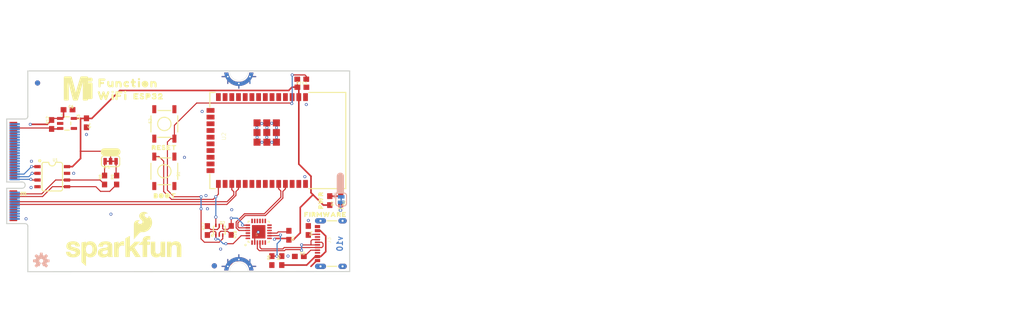
<source format=kicad_pcb>
(kicad_pcb (version 20211014) (generator pcbnew)
  (layers (0 "F.Cu" signal) (31 "B.Cu" signal) (34 "B.Paste" user) (35 "F.Paste" user) (36 "B.SilkS" user "B.Silkscreen") (37 "F.SilkS" user "F.Silkscreen") (38 "B.Mask" user) (39 "F.Mask" user) (44 "Edge.Cuts" user))
  (net 0 "")
  (net 1 "CHIP_PU")
  (net 2 "DTR")
  (net 3 "RTS")
  (net 4 "N$10")
  (net 5 "N$12")
  (net 6 "0")
  (net 7 "TX")
  (net 8 "RX")
  (net 9 "3.3V")
  (net 10 "GND")
  (net 11 "EN")
  (net 12 "VCC")
  (net 13 "16/RX")
  (net 14 "17/TX")
  (net 15 "D-")
  (net 16 "D+")
  (net 17 "N$2")
  (net 18 "SHLD")
  (net 19 "N$5")
  (net 20 "N$1")
  (net 21 "N$3")
  (net 22 "N$4")
  (net 23 "N$6")
  (net 24 "N$7")
  (net 25 "I2C_SCL")
  (net 26 "I2C_SDA")
  (net 27 "N$8")
  (net 28 "N$9")
  (net 29 "N$11")
  (net 30 "N$13")
  (net 31 "N$14")
  (footprint "boardEagle:0603" (layer "F.Cu") (at 158.5534 116.2207 -90)
    (fp_text reference "R18")
    (fp_text value "10k")
  )
  (footprint "boardEagle:0603" (layer "F.Cu") (at 177.2224 110.5662 -90)
    (fp_text reference "R7")
    (fp_text value "1k")
  )
  (footprint "boardEagle:CREATIVE_COMMONS" (layer "F.Cu") (at 135.0584 135.4836)
    (fp_text reference "FRAME2" hide)
    (fp_text value "FRAME-LEDGER" hide)
  )
  (footprint "boardEagle:TACTILE_SWITCH_SMD_5.2MM" (layer "F.Cu") (at 145.8788 105.0036 -90)
    (fp_text reference "S1")
    (fp_text value "MOMENTARY-SWITCH-SPST-SMD-5.2MM-TALL")
  )
  (footprint "boardEagle:FIDUCIAL-1X2" (layer "F.Cu") (at 121.8504 88.2396)
    (fp_text reference "FD3" hide)
    (fp_text value "FIDUCIAL1X2" hide)
  )
  (footprint "boardEagle:FUNCTION521" (layer "F.Cu") (at 138.9954 88.2396)
    (fp_text reference "U$2" hide)
    (fp_text value "" hide)
  )
  (footprint "boardEagle:ESP3212" (layer "F.Cu") (at 142.8816 90.7796)
    (fp_text reference "U$4" hide)
    (fp_text value "" hide)
  )
  (footprint "boardEagle:QFN24" (layer "F.Cu") (at 163.753 116.477 90)
    (fp_text reference "U4")
    (fp_text value "CP210X")
  )
  (footprint "boardEagle:SO08" (layer "F.Cu") (at 124.6444 106.0196 -90)
    (fp_text reference "U1")
    (fp_text value "EEPROM")
  )
  (footprint "boardEagle:ORDERING_INSTRUCTIONS" (layer "F.Cu") (at 207.0674 72.7456)
    (fp_text reference "LOGO1" hide)
    (fp_text value "SPECIAL_INSTRUCTIONS-ORDERING" hide)
  )
  (footprint "boardEagle:0603" (layer "F.Cu") (at 136.8364 106.6546 90)
    (fp_text reference "R9")
    (fp_text value "4.7k")
  )
  (footprint "boardEagle:MICROMOD_MI_LOGO_1" (layer "F.Cu") (at 129.5974 89.2556)
    (fp_text reference "U$6" hide)
    (fp_text value "" hide)
  )
  (footprint "boardEagle:0603" (layer "F.Cu") (at 134.5504 106.6546 90)
    (fp_text reference "R8")
    (fp_text value "4.7k")
  )
  (footprint "boardEagle:LED-0603" (layer "F.Cu") (at 179.3052 110.4646 -90)
    (fp_text reference "D1")
    (fp_text value "RED")
  )
  (footprint "boardEagle:PWR3215" (layer "F.Cu") (at 175.5206 110.5154 90)
    (fp_text reference "U$9" hide)
    (fp_text value "" hide)
  )
  (footprint "boardEagle:BOOT3221" (layer "F.Cu") (at 146.0058 109.6518)
    (fp_text reference "U$1" hide)
    (fp_text value "" hide)
  )
  (footprint "boardEagle:TACTILE_SWITCH_SMD_5.2MM" (layer "F.Cu") (at 145.8788 96.012 90)
    (fp_text reference "S2")
    (fp_text value "MOMENTARY-SWITCH-SPST-SMD-5.2MM-TALL")
  )
  (footprint "boardEagle:RESET3220" (layer "F.Cu") (at 145.8788 100.5078)
    (fp_text reference "U$5" hide)
    (fp_text value "" hide)
  )
  (footprint "boardEagle:WIFI525" (layer "F.Cu") (at 136.0744 90.6526)
    (fp_text reference "U$10" hide)
    (fp_text value "" hide)
  )
  (footprint "boardEagle:SFE_LOGO_NAME_FLAME_.2" (layer "F.Cu") (at 138.2588 120.0912)
    (fp_text reference "LOGO2" hide)
    (fp_text value "SFE_LOGO_NAME_FLAME.2_INCH" hide)
  )
  (footprint "boardEagle:0603" (layer "F.Cu") (at 124.5174 96.1136 90)
    (fp_text reference "R12")
    (fp_text value "100k")
  )
  (footprint "boardEagle:FIDUCIAL-1X2" (layer "F.Cu") (at 155.353 122.936)
    (fp_text reference "FD4" hide)
    (fp_text value "FIDUCIAL1X2" hide)
  )
  (footprint "boardEagle:TP_15TH" (layer "F.Cu") (at 155.6324 113.6904)
    (fp_text reference "TP2" hide)
    (fp_text value "TEST-POINTTP_15TH_THRU" hide)
  )
  (footprint "boardEagle:FIRMWARE3223" (layer "F.Cu") (at 176.3842 113.2078)
    (fp_text reference "U$7" hide)
    (fp_text value "" hide)
  )
  (footprint "boardEagle:SOT23-5" (layer "F.Cu") (at 127.4384 95.9216 -90)
    (fp_text reference "U3")
    (fp_text value "3.3V")
  )
  (footprint "boardEagle:0603" (layer "F.Cu") (at 154.0322 116.2461 90)
    (fp_text reference "R17")
    (fp_text value "10k")
  )
  (footprint "boardEagle:ESP-WROOM-32D-NARROW" (layer "F.Cu") (at 166.1988 99.1616)
    (fp_text reference "U2")
    (fp_text value "ESP-WROOM-3232D-NARROW")
  )
  (footprint "boardEagle:0603" (layer "F.Cu") (at 131.1214 95.7961 -90)
    (fp_text reference "C4")
    (fp_text value "1.0uF")
  )
  (footprint "boardEagle:SMT-JUMPER_3_2-NC_TRACE_SILK" (layer "F.Cu") (at 135.6934 103.0986 180)
    (fp_text reference "JP2")
    (fp_text value "JUMPER-SMT_3_2-NC_TRACE_SILK")
  )
  (footprint "boardEagle:0603" (layer "F.Cu") (at 171.9138 87.5284 180)
    (fp_text reference "R2")
    (fp_text value "10k")
  )
  (footprint "boardEagle:0603" (layer "F.Cu") (at 169.4754 117.1448 -90)
    (fp_text reference "R1")
    (fp_text value "10k")
  )
  (footprint "boardEagle:#I2C#1321540313558" (layer "F.Cu") (at 135.6934 101.3206)
    (fp_text reference "U$3" hide)
    (fp_text value "" hide)
  )
  (footprint "boardEagle:0603" (layer "F.Cu") (at 173.1584 116.2304 -90)
    (fp_text reference "R4")
    (fp_text value "5.1k")
  )
  (footprint "boardEagle:0603" (layer "F.Cu") (at 171.4566 121.158)
    (fp_text reference "R3")
    (fp_text value "5.1k")
  )
  (footprint "boardEagle:SC70-6" (layer "F.Cu") (at 156.2928 116.1853)
    (fp_text reference "Q2")
    (fp_text value "MBT3904DW1T1")
  )
  (footprint "boardEagle:USB-C-16P-2LAYER-PADS" (layer "F.Cu") (at 174.5554 118.7196 90)
    (fp_text reference "J3")
    (fp_text value "")
  )
  (footprint "boardEagle:0603" (layer "F.Cu") (at 171.9392 89.0524)
    (fp_text reference "C1")
    (fp_text value "0.1uF")
  )
  (footprint "boardEagle:0603" (layer "F.Cu") (at 168.1292 121.9454 90)
    (fp_text reference "R5")
    (fp_text value "22k")
  )
  (footprint "boardEagle:M.2-CARD-E-22_FUNCTION_STANDARD" (layer "F.Cu") (at 115.9966 105.0376 -90)
    (fp_text reference "J1" hide)
    (fp_text value "MICROMOD_FUNCTION_STANDARD" hide)
    (fp_arc (start -19 -45.75) (mid -17.25 -44) (end -19 -42.25) (layer "Edge.Cuts") (width 0.0508))
    (fp_arc (start 19 -42.25) (mid 17.25 -44) (end 19 -45.75) (layer "Edge.Cuts") (width 0.0508))
  )
  (footprint "boardEagle:0603" (layer "F.Cu") (at 127.6289 93.3196)
    (fp_text reference "C6")
    (fp_text value "1.0uF")
  )
  (footprint "boardEagle:0603" (layer "F.Cu") (at 166.2496 121.9454 90)
    (fp_text reference "R6")
    (fp_text value "33k")
  )
  (footprint "boardEagle:OSHW-LOGO-S" (layer "B.Cu") (at 122.5616 121.9962 180)
    (fp_text reference "LOGO3" hide)
    (fp_text value "OSHW-LOGOS" hide)
  )
  (footprint "boardEagle:FIDUCIAL-1X2" (layer "B.Cu") (at 155.353 122.936 180)
    (fp_text reference "FD2" hide)
    (fp_text value "FIDUCIAL1X2" hide)
  )
  (footprint "boardEagle:#LED#8" (layer "B.Cu") (at 179.229 107.3658 -90)
    (fp_text reference "U$8" hide)
    (fp_text value "" hide)
  )
  (footprint "boardEagle:SMT-JUMPER_2_NC_TRACE_SILK" (layer "B.Cu") (at 179.3814 110.363 -90)
    (fp_text reference "JP1")
    (fp_text value "JUMPER-SMT_2_NC_TRACE_SILK")
  )
  (footprint "boardEagle:FIDUCIAL-1X2" (layer "B.Cu") (at 121.8504 88.2396 180)
    (fp_text reference "FD1" hide)
    (fp_text value "FIDUCIAL1X2" hide)
  )
  (gr_line (start 116.0084 114.9286) (end 116.0084 108.2286) (layer "Edge.Cuts") (width 0.2032))
  (gr_line (start 116.0084 95.0786) (end 119.5084 95.0786) (layer "Edge.Cuts") (width 0.2032))
  (gr_line (start 120.0084 124.0536) (end 180.9938 124.0282) (layer "Edge.Cuts") (width 0.2032))
  (gr_line (start 120.0084 115.4036) (end 120.0084 124.0536) (layer "Edge.Cuts") (width 0.2032))
  (gr_line (start 116.0084 107.0286) (end 116.0084 95.0786) (layer "Edge.Cuts") (width 0.2032))
  (gr_line (start 119.5084 114.9286) (end 116.0084 114.9286) (layer "Edge.Cuts") (width 0.2032))
  (gr_arc (start 118.9084 107.0286) (mid 119.5084 107.6286) (end 118.9084 108.2286) (layer "Edge.Cuts") (width 0.2032))
  (gr_arc (start 119.508399 114.9286) (mid 119.850698 115.068944) (end 120.0084 115.4036) (layer "Edge.Cuts") (width 0.2032))
  (gr_line (start 118.9084 108.2286) (end 116.0084 108.2286) (layer "Edge.Cuts") (width 0.2032))
  (gr_line (start 120.0084 94.6036) (end 120.0084 85.9536) (layer "Edge.Cuts") (width 0.2032))
  (gr_arc (start 120.0084 94.6036) (mid 119.849354 94.936841) (end 119.5084 95.0786) (layer "Edge.Cuts") (width 0.2032))
  (gr_line (start 180.9938 85.9536) (end 180.9938 124.0282) (layer "Edge.Cuts") (width 0.2032))
  (gr_line (start 120.0084 85.9536) (end 180.9938 85.9536) (layer "Edge.Cuts") (width 0.2032))
  (gr_line (start 118.9084 107.0286) (end 116.0084 107.0286) (layer "Edge.Cuts") (width 0.2032))
  (gr_text "v10" (at 179.7624 117.1956 -270) (layer "B.Cu") (effects (font (size 1.0795 1.0795) (thickness 0.1905)) (justify left bottom mirror)))
  (segment (start 156.2674 118.4656) (end 153.4734 118.4656) (width 0.2032) (layer "F.Cu") (net 1))
  (segment (start 170.1104 86.7156) (end 172.5234 86.7156) (width 0.2032) (layer "F.Cu") (net 1))
  (segment (start 146.463 99.441) (end 147.098 98.806) (width 0.2032) (layer "F.Cu") (net 1))
  (segment (start 146.463 108.585) (end 146.463 99.441) (width 0.2032) (layer "F.Cu") (net 1))
  (segment (start 170.0888 90.9236) (end 170.0888 92.0712) (width 0.2032) (layer "F.Cu") (net 1))
  (segment (start 152.8384 109.8296) (end 147.7076 109.8296) (width 0.2032) (layer "F.Cu") (net 1))
  (segment (start 147.7076 109.8296) (end 146.463 108.585) (width 0.2032) (layer "F.Cu") (net 1))
  (segment (start 170.0215 92.1385) (end 169.9326 92.0496) (width 0.2032) (layer "F.Cu") (net 1))
  (segment (start 152.0002 92.0496) (end 169.9326 92.0496) (width 0.2032) (layer "F.Cu") (net 1))
  (segment (start 156.9428 117.1053) (end 156.9428 117.7902) (width 0.2032) (layer "F.Cu") (net 1))
  (segment (start 153.4734 118.4656) (end 152.8384 117.8306) (width 0.2032) (layer "F.Cu") (net 1))
  (segment (start 172.5234 86.7156) (end 172.7638 86.956) (width 0.2032) (layer "F.Cu") (net 1))
  (segment (start 147.7838 96.266) (end 152.0002 92.0496) (width 0.2032) (layer "F.Cu") (net 1))
  (segment (start 147.098 98.806) (end 147.7838 98.806) (width 0.2032) (layer "F.Cu") (net 1))
  (segment (start 152.8384 117.8306) (end 152.8384 112.1156) (width 0.2032) (layer "F.Cu") (net 1))
  (segment (start 156.9428 117.7902) (end 156.2674 118.4656) (width 0.2032) (layer "F.Cu") (net 1))
  (segment (start 172.7638 86.956) (end 172.7638 87.5284) (width 0.2032) (layer "F.Cu") (net 1))
  (segment (start 170.0888 92.0712) (end 170.0215 92.1385) (width 0.2032) (layer "F.Cu") (net 1))
  (segment (start 147.7838 98.806) (end 147.7838 96.266) (width 0.2032) (layer "F.Cu") (net 1))
  (via (at 170.0215 92.1385) (size 0.5588) (drill 0.3048) (layers "F.Cu" "B.Cu") (net 1))
  (via (at 170.1104 86.7156) (size 0.5588) (drill 0.3048) (layers "F.Cu" "B.Cu") (net 1))
  (via (at 152.8384 109.8296) (size 0.5588) (drill 0.3048) (layers "F.Cu" "B.Cu") (net 1))
  (via (at 152.8384 112.1156) (size 0.5588) (drill 0.3048) (layers "F.Cu" "B.Cu") (net 1))
  (segment (start 152.8384 112.1156) (end 152.8384 109.8296) (width 0.2032) (layer "B.Cu") (net 1))
  (segment (start 170.1104 86.7156) (end 170.1104 92.0496) (width 0.2032) (layer "B.Cu") (net 1))
  (segment (start 170.1104 92.0496) (end 170.0215 92.1385) (width 0.2032) (layer "B.Cu") (net 1))
  (segment (start 155.5054 116.4336) (end 154.6947 116.4336) (width 0.2032) (layer "F.Cu") (net 2))
  (segment (start 154.6947 116.4336) (end 154.0322 117.0961) (width 0.2032) (layer "F.Cu") (net 2))
  (segment (start 155.6428 116.571) (end 155.5054 116.4336) (width 0.2032) (layer "F.Cu") (net 2))
  (segment (start 155.6428 117.8456) (end 155.6428 117.1053) (width 0.2032) (layer "F.Cu") (net 2))
  (segment (start 161.703 117.227) (end 160.427 117.227) (width 0.2032) (layer "F.Cu") (net 2))
  (segment (start 160.427 117.227) (end 158.909 118.745) (width 0.2032) (layer "F.Cu") (net 2))
  (segment (start 155.6428 117.1053) (end 155.6428 116.571) (width 0.2032) (layer "F.Cu") (net 2))
  (segment (start 155.6324 117.856) (end 155.6428 117.8456) (width 0.2032) (layer "F.Cu") (net 2))
  (segment (start 158.909 118.745) (end 157.5374 118.745) (width 0.2032) (layer "F.Cu") (net 2))
  (via (at 155.6324 117.856) (size 0.5588) (drill 0.3048) (layers "F.Cu" "B.Cu") (net 2))
  (via (at 157.5374 118.745) (size 0.5588) (drill 0.3048) (layers "F.Cu" "B.Cu") (net 2))
  (segment (start 157.5374 118.745) (end 157.0294 118.745) (width 0.2032) (layer "B.Cu") (net 2))
  (segment (start 156.1404 117.856) (end 155.6324 117.856) (width 0.2032) (layer "B.Cu") (net 2))
  (segment (start 157.0294 118.745) (end 156.1404 117.856) (width 0.2032) (layer "B.Cu") (net 2))
  (segment (start 158.5534 113.8936) (end 158.5534 115.3707) (width 0.2032) (layer "F.Cu") (net 3))
  (segment (start 160.725 115.227) (end 160.687 115.189) (width 0.2032) (layer "F.Cu") (net 3))
  (segment (start 157.0802 116.0272) (end 157.8969 116.0272) (width 0.2032) (layer "F.Cu") (net 3))
  (segment (start 156.9428 115.2653) (end 156.9428 115.8898) (width 0.2032) (layer "F.Cu") (net 3))
  (segment (start 161.703 115.227) (end 160.725 115.227) (width 0.2032) (layer "F.Cu") (net 3))
  (segment (start 156.9428 115.8898) (end 157.0802 116.0272) (width 0.2032) (layer "F.Cu") (net 3))
  (segment (start 157.8969 116.0272) (end 158.5534 115.3707) (width 0.2032) (layer "F.Cu") (net 3))
  (via (at 158.5534 113.8936) (size 0.5588) (drill 0.3048) (layers "F.Cu" "B.Cu") (net 3))
  (via (at 160.687 115.189) (size 0.5588) (drill 0.3048) (layers "F.Cu" "B.Cu") (net 3))
  (segment (start 160.687 115.189) (end 160.687 114.8842) (width 0.2032) (layer "B.Cu") (net 3))
  (segment (start 159.6964 113.8936) (end 158.5534 113.8936) (width 0.2032) (layer "B.Cu") (net 3))
  (segment (start 160.687 114.8842) (end 159.6964 113.8936) (width 0.2032) (layer "B.Cu") (net 3))
  (segment (start 156.2754 115.2827) (end 156.2928 115.2653) (width 0.2032) (layer "F.Cu") (net 4))
  (segment (start 155.3022 116.0526) (end 154.6887 116.0526) (width 0.2032) (layer "F.Cu") (net 4))
  (segment (start 154.6887 116.0526) (end 154.0322 115.3961) (width 0.2032) (layer "F.Cu") (net 4))
  (segment (start 155.9118 116.0526) (end 156.2754 115.689) (width 0.2032) (layer "F.Cu") (net 4))
  (segment (start 155.3784 116.0526) (end 155.9118 116.0526) (width 0.2032) (layer "F.Cu") (net 4))
  (segment (start 155.3022 116.0526) (end 155.3784 116.0526) (width 0.2032) (layer "F.Cu") (net 4))
  (segment (start 156.2754 115.689) (end 156.2754 115.2827) (width 0.2032) (layer "F.Cu") (net 4))
  (segment (start 156.5722 116.3828) (end 157.8655 116.3828) (width 0.2032) (layer "F.Cu") (net 5))
  (segment (start 156.2928 117.1053) (end 156.2928 116.6622) (width 0.2032) (layer "F.Cu") (net 5))
  (segment (start 157.8655 116.3828) (end 158.5534 117.0707) (width 0.2032) (layer "F.Cu") (net 5))
  (segment (start 156.2928 116.6622) (end 156.5722 116.3828) (width 0.2032) (layer "F.Cu") (net 5))
  (segment (start 145.7518 103.0986) (end 145.7518 108.839) (width 0.2032) (layer "F.Cu") (net 6))
  (segment (start 144.8628 102.2096) (end 145.7518 103.0986) (width 0.2032) (layer "F.Cu") (net 6))
  (segment (start 155.6324 109.8296) (end 156.1188 109.3432) (width 0.2032) (layer "F.Cu") (net 6))
  (segment (start 156.1188 109.3432) (end 156.1188 107.3996) (width 0.2032) (layer "F.Cu") (net 6))
  (segment (start 155.1244 110.3376) (end 155.6324 109.8296) (width 0.2032) (layer "F.Cu") (net 6))
  (segment (start 145.7518 108.839) (end 147.2504 110.3376) (width 0.2032) (layer "F.Cu") (net 6))
  (segment (start 155.6428 115.2653) (end 155.6324 115.2549) (width 0.2032) (layer "F.Cu") (net 6))
  (segment (start 147.2504 110.3376) (end 155.1244 110.3376) (width 0.2032) (layer "F.Cu") (net 6))
  (segment (start 155.6324 115.2549) (end 155.6324 113.6904) (width 0.2032) (layer "F.Cu") (net 6))
  (segment (start 144.8628 102.2096) (end 143.9738 102.2096) (width 0.2032) (layer "F.Cu") (net 6))
  (via (at 155.6324 109.8296) (size 0.5588) (drill 0.3048) (layers "F.Cu" "B.Cu") (net 6))
  (segment (start 155.6324 113.6904) (end 155.6324 109.8296) (width 0.2032) (layer "B.Cu") (net 6))
  (segment (start 167.9514 108.742) (end 167.5488 108.3394) (width 0.2032) (layer "F.Cu") (net 7))
  (segment (start 161.068 113.0554) (end 159.4932 114.6302) (width 0.2032) (layer "F.Cu") (net 7))
  (segment (start 164.8272 113.0554) (end 161.068 113.0554) (width 0.2032) (layer "F.Cu") (net 7))
  (segment (start 167.9514 109.9312) (end 167.9514 108.742) (width 0.2032) (layer "F.Cu") (net 7))
  (segment (start 159.4932 114.6302) (end 159.4932 115.7224) (width 0.2032) (layer "F.Cu") (net 7))
  (segment (start 161.703 116.227) (end 159.9978 116.227) (width 0.2032) (layer "F.Cu") (net 7))
  (segment (start 164.8272 113.0554) (end 167.9514 109.9312) (width 0.2032) (layer "F.Cu") (net 7))
  (segment (start 159.4932 115.7224) (end 159.9978 116.227) (width 0.2032) (layer "F.Cu") (net 7))
  (segment (start 167.5488 108.3394) (end 167.5488 107.3996) (width 0.2032) (layer "F.Cu") (net 7))
  (segment (start 161.703 115.727) (end 160.0058 115.727) (width 0.2032) (layer "F.Cu") (net 8))
  (segment (start 159.8234 115.5446) (end 160.0058 115.727) (width 0.2032) (layer "F.Cu") (net 8))
  (segment (start 168.8188 108.3394) (end 168.8188 107.3996) (width 0.2032) (layer "F.Cu") (net 8))
  (segment (start 161.2204 113.3856) (end 159.8234 114.7826) (width 0.2032) (layer "F.Cu") (net 8))
  (segment (start 165.0304 113.3856) (end 168.3362 110.0798) (width 0.2032) (layer "F.Cu") (net 8))
  (segment (start 168.3362 108.822) (end 168.3362 110.0798) (width 0.2032) (layer "F.Cu") (net 8))
  (segment (start 168.8188 108.3394) (end 168.3362 108.822) (width 0.2032) (layer "F.Cu") (net 8))
  (segment (start 161.2204 113.3856) (end 165.0304 113.3856) (width 0.2032) (layer "F.Cu") (net 8))
  (segment (start 159.8234 114.7826) (end 159.8234 115.5446) (width 0.2032) (layer "F.Cu") (net 8))
  (segment (start 171.3588 90.9236) (end 171.3588 103.6358) (width 0.3048) (layer "F.Cu") (net 9))
  (segment (start 169.45 89.662) (end 170.085 89.027) (width 0.3048) (layer "F.Cu") (net 9))
  (segment (start 127.4444 104.1146) (end 128.4604 104.1146) (width 0.3048) (layer "F.Cu") (net 9))
  (segment (start 166.8926 117.7464) (end 169.227 117.7464) (width 0.3048) (layer "F.Cu") (net 9))
  (segment (start 130.0038 101.1936) (end 135.4394 101.1936) (width 0.2032) (layer "F.Cu") (net 9))
  (segment (start 170.3272 117.9948) (end 171.6344 116.6876) (width 0.3048) (layer "F.Cu") (net 9))
  (segment (start 137.446 89.662) (end 169.45 89.662) (width 0.3048) (layer "F.Cu") (net 9))
  (segment (start 131.0959 94.9716) (end 131.1214 94.9461) (width 0.3048) (layer "F.Cu") (net 9))
  (segment (start 131.1214 94.9461) (end 131.1459 94.9706) (width 0.3048) (layer "F.Cu") (net 9))
  (segment (start 169.227 117.7464) (end 169.4754 117.9948) (width 0.3048) (layer "F.Cu") (net 9))
  (segment (start 135.4394 101.1936) (end 135.6934 101.4476) (width 0.2032) (layer "F.Cu") (net 9))
  (segment (start 130.0038 101.1936) (end 130.0038 94.9716) (width 0.3048) (layer "F.Cu") (net 9))
  (segment (start 169.4754 117.9948) (end 170.3272 117.9948) (width 0.3048) (layer "F.Cu") (net 9))
  (segment (start 135.6934 101.4476) (end 135.6934 103.0986) (width 0.2032) (layer "F.Cu") (net 9))
  (segment (start 130.0038 102.5712) (end 130.0038 101.1936) (width 0.3048) (layer "F.Cu") (net 9))
  (segment (start 128.7385 94.9716) (end 130.0038 94.9716) (width 0.3048) (layer "F.Cu") (net 9))
  (segment (start 171.3588 89.322) (end 171.0892 89.0524) (width 0.3048) (layer "F.Cu") (net 9))
  (segment (start 171.3588 103.6358) (end 173.6664 105.9434) (width 0.3048) (layer "F.Cu") (net 9))
  (segment (start 177.2224 111.4162) (end 176.015 111.4162) (width 0.3048) (layer "F.Cu") (net 9))
  (segment (start 171.3588 90.9236) (end 171.3588 89.322) (width 0.3048) (layer "F.Cu") (net 9))
  (segment (start 176.015 111.4162) (end 174.0474 109.4486) (width 0.3048) (layer "F.Cu") (net 9))
  (segment (start 170.085 89.027) (end 171.0638 89.027) (width 0.3048) (layer "F.Cu") (net 9))
  (segment (start 173.6664 109.0676) (end 174.0474 109.4486) (width 0.3048) (layer "F.Cu") (net 9))
  (segment (start 130.0038 102.5712) (end 128.4604 104.1146) (width 0.3048) (layer "F.Cu") (net 9))
  (segment (start 166.7322 117.9068) (end 166.8926 117.7464) (width 0.3048) (layer "F.Cu") (net 9))
  (segment (start 171.6344 116.6876) (end 171.6344 111.8616) (width 0.3048) (layer "F.Cu") (net 9))
  (segment (start 171.0638 89.027) (end 171.0892 89.0524) (width 0.3048) (layer "F.Cu") (net 9))
  (segment (start 132.1374 94.9706) (end 137.446 89.662) (width 0.3048) (layer "F.Cu") (net 9))
  (segment (start 132.1374 94.9706) (end 131.1459 94.9706) (width 0.3048) (layer "F.Cu") (net 9))
  (segment (start 171.6344 111.8616) (end 174.0474 109.4486) (width 0.3048) (layer "F.Cu") (net 9))
  (segment (start 171.0638 87.5284) (end 171.0638 89.027) (width 0.3048) (layer "F.Cu") (net 9))
  (segment (start 173.6664 105.9434) (end 173.6664 109.0676) (width 0.3048) (layer "F.Cu") (net 9))
  (segment (start 130.0038 94.9716) (end 131.0959 94.9716) (width 0.3048) (layer "F.Cu") (net 9))
  (via (at 166.7322 117.9068) (size 0.5588) (drill 0.3048) (layers "F.Cu" "B.Cu") (net 9))
  (segment (start 159.110878 121.934185) (end 158.007462 123.0376) (width 0.3048) (layer "F.Cu") (net 10))
  (segment (start 159.9966 121.7376) (end 159.800015 121.934185) (width 0.3048) (layer "F.Cu") (net 10))
  (segment (start 163.003 118.527) (end 162.9984 118.5224) (width 0.2032) (layer "F.Cu") (net 10))
  (segment (start 159.9966 88.3376) (end 159.1966 88.3376) (width 0.3048) (layer "F.Cu") (net 10))
  (segment (start 174.7594 121.9446) (end 173.6664 123.0376) (width 0.3048) (layer "F.Cu") (net 10))
  (segment (start 162.9984 118.5224) (end 162.9984 117.4496) (width 0.2032) (layer "F.Cu") (net 10))
  (segment (start 159.1966 88.3376) (end 157.8966 87.0376) (width 0.3048) (layer "F.Cu") (net 10))
  (segment (start 158.007462 123.0376) (end 157.8966 123.0376) (width 0.3048) (layer "F.Cu") (net 10))
  (segment (start 174.8954 121.9446) (end 174.7594 121.9446) (width 0.3048) (layer "F.Cu") (net 10))
  (segment (start 159.800015 121.934185) (end 159.110878 121.934185) (width 0.3048) (layer "F.Cu") (net 10))
  (via (at 166.2496 99.4918) (size 0.5588) (drill 0.3048) (layers "F.Cu" "B.Cu") (net 10))
  (via (at 128.696175 105.385979) (size 0.5588) (drill 0.3048) (layers "F.Cu" "B.Cu") (net 10))
  (via (at 167.1386 98.552) (size 0.5588) (drill 0.3048) (layers "F.Cu" "B.Cu") (net 10))
  (via (at 172.498 106.0196) (size 0.5588) (drill 0.3048) (layers "F.Cu" "B.Cu") (net 10))
  (via (at 172.7774 92.329) (size 0.5588) (drill 0.3048) (layers "F.Cu" "B.Cu") (net 10))
  (via (at 131.1214 98.0186) (size 0.5588) (drill 0.3048) (layers "F.Cu" "B.Cu") (net 10))
  (via (at 165.2844 98.552) (size 0.5588) (drill 0.3048) (layers "F.Cu" "B.Cu") (net 10))
  (via (at 164.37 99.4918) (size 0.5588) (drill 0.3048) (layers "F.Cu" "B.Cu") (net 10))
  (via (at 167.1386 96.7232) (size 0.5588) (drill 0.3048) (layers "F.Cu" "B.Cu") (net 10))
  (via (at 163.4048 96.7232) (size 0.5588) (drill 0.3048) (layers "F.Cu" "B.Cu") (net 10))
  (via (at 173.1708 114.3282) (size 0.5588) (drill 0.3048) (layers "F.Cu" "B.Cu") (net 10))
  (via (at 154.0446 112.1184) (size 0.5588) (drill 0.3048) (layers "F.Cu" "B.Cu") (net 10))
  (via (at 135.7566 113.1344) (size 0.5588) (drill 0.3048) (layers "F.Cu" "B.Cu") (net 10))
  (via (at 153.0416 93.6498) (size 0.5588) (drill 0.3048) (layers "F.Cu" "B.Cu") (net 10))
  (via (at 153.7652 109.6038) (size 0.5588) (drill 0.3048) (layers "F.Cu" "B.Cu") (net 10))
  (via (at 156.5468 119.761) (size 0.5588) (drill 0.3048) (layers "F.Cu" "B.Cu") (net 10))
  (via (at 158.642 112.2962) (size 0.5588) (drill 0.3048) (layers "F.Cu" "B.Cu") (net 10))
  (via (at 120.695175 103.099979) (size 0.5588) (drill 0.3048) (layers "F.Cu" "B.Cu") (net 10))
  (via (at 163.4556 98.552) (size 0.5588) (drill 0.3048) (layers "F.Cu" "B.Cu") (net 10))
  (via (at 149.6888 102.362) (size 0.5588) (drill 0.3048) (layers "F.Cu" "B.Cu") (net 10))
  (via (at 169.31 121.0846) (size 0.5588) (drill 0.3048) (layers "F.Cu" "B.Cu") (net 10))
  (via (at 164.3446 95.9358) (size 0.5588) (drill 0.3048) (layers "F.Cu" "B.Cu") (net 10))
  (via (at 165.3098 96.7232) (size 0.5588) (drill 0.3048) (layers "F.Cu" "B.Cu") (net 10))
  (via (at 166.2242 95.885) (size 0.5588) (drill 0.3048) (layers "F.Cu" "B.Cu") (net 10))
  (via (at 119.6784 114.0234) (size 0.5588) (drill 0.3048) (layers "F.Cu" "B.Cu") (net 10))
  (via (at 163.6712 116.538) (size 0.5588) (drill 0.3048) (layers "F.Cu" "B.Cu") (net 10))
  (via (at 120.6312 108.077) (size 0.5588) (drill 0.3048) (layers "F.Cu" "B.Cu") (net 10))
  (segment (start 117.2716 96.7876) (end 124.7224 96.7876) (width 0.2032) (layer "F.Cu") (net 11))
  (segment (start 126.1383 96.8716) (end 126.0463 96.9636) (width 0.254) (layer "F.Cu") (net 11))
  (segment (start 126.0463 96.9636) (end 124.8984 96.9636) (width 0.254) (layer "F.Cu") (net 11))
  (segment (start 124.7224 96.7876) (end 124.8984 96.9636) (width 0.2032) (layer "F.Cu") (net 11))
  (segment (start 124.8984 96.9636) (end 124.5174 96.9636) (width 0.254) (layer "F.Cu") (net 11))
  (segment (start 123.6928 96.0882) (end 124.5174 95.2636) (width 0.3048) (layer "F.Cu") (net 12))
  (segment (start 124.8094 94.9716) (end 126.1383 94.9716) (width 0.2032) (layer "F.Cu") (net 12))
  (segment (start 126.1383 94.9716) (end 126.5193 94.9716) (width 0.3048) (layer "F.Cu") (net 12))
  (segment (start 124.5174 95.2636) (end 124.8094 94.9716) (width 0.2032) (layer "F.Cu") (net 12))
  (segment (start 120.4788 96.0882) (end 123.6928 96.0882) (width 0.3048) (layer "F.Cu") (net 12))
  (segment (start 126.7789 94.712) (end 126.5193 94.9716) (width 0.3048) (layer "F.Cu") (net 12))
  (segment (start 126.7789 94.712) (end 126.7789 93.3196) (width 0.3048) (layer "F.Cu") (net 12))
  (via (at 120.4788 96.0882) (size 0.5588) (drill 0.3048) (layers "F.Cu" "B.Cu") (net 12))
  (segment (start 159.0398 108.8728) (end 159.0398 109.4956) (width 0.2032) (layer "F.Cu") (net 13))
  (segment (start 157.7564 110.779) (end 117.644 110.779) (width 0.2032) (layer "F.Cu") (net 13))
  (segment (start 159.0398 108.8728) (end 158.6588 108.4918) (width 0.2032) (layer "F.Cu") (net 13))
  (segment (start 157.7564 110.779) (end 159.0398 109.4956) (width 0.2032) (layer "F.Cu") (net 13))
  (segment (start 117.2716 110.7876) (end 117.6354 110.7876) (width 0.2032) (layer "F.Cu") (net 13))
  (segment (start 117.644 110.779) (end 117.6354 110.7876) (width 0.2032) (layer "F.Cu") (net 13))
  (segment (start 158.6588 108.4918) (end 158.6588 107.3996) (width 0.2032) (layer "F.Cu") (net 13))
  (segment (start 159.9288 108.3648) (end 159.4424 108.8512) (width 0.2032) (layer "F.Cu") (net 14))
  (segment (start 117.2716 111.2876) (end 157.7304 111.2876) (width 0.2032) (layer "F.Cu") (net 14))
  (segment (start 157.7304 111.2876) (end 159.4424 109.5756) (width 0.2032) (layer "F.Cu") (net 14))
  (segment (start 159.9288 107.3996) (end 159.9288 108.3648) (width 0.2032) (layer "F.Cu") (net 14))
  (segment (start 159.4424 108.8512) (end 159.4424 109.5756) (width 0.2032) (layer "F.Cu") (net 14))
  (segment (start 175.9524 119.2276) (end 175.7104 119.4696) (width 0.2032) (layer "F.Cu") (net 15))
  (segment (start 175.9524 118.7196) (end 175.9524 119.2276) (width 0.2032) (layer "F.Cu") (net 15))
  (segment (start 168.5984 119.4696) (end 168.3324 119.7356) (width 0.2032) (layer "F.Cu") (net 15))
  (segment (start 175.7024 118.4696) (end 175.9524 118.7196) (width 0.2032) (layer "F.Cu") (net 15))
  (segment (start 175.7104 119.4696) (end 174.8954 119.4696) (width 0.2032) (layer "F.Cu") (net 15))
  (segment (start 164.003 119.4702) (end 164.003 118.527) (width 0.2032) (layer "F.Cu") (net 15))
  (segment (start 168.3324 119.7356) (end 164.2684 119.7356) (width 0.2032) (layer "F.Cu") (net 15))
  (segment (start 174.8954 119.4696) (end 168.5984 119.4696) (width 0.2032) (layer "F.Cu") (net 15))
  (segment (start 164.2684 119.7356) (end 164.003 119.4702) (width 0.2032) (layer "F.Cu") (net 15))
  (segment (start 174.8954 118.4696) (end 175.7024 118.4696) (width 0.2032) (layer "F.Cu") (net 15))
  (segment (start 174.8914 118.9736) (end 173.6664 118.9736) (width 0.2032) (layer "F.Cu") (net 16))
  (segment (start 171.609 119.8626) (end 168.8404 119.8626) (width 0.2032) (layer "F.Cu") (net 16))
  (segment (start 171.8884 118.9736) (end 171.8884 118.9616) (width 0.2032) (layer "F.Cu") (net 16))
  (segment (start 173.9084 117.9696) (end 173.6664 118.2116) (width 0.2032) (layer "F.Cu") (net 16))
  (segment (start 173.6664 118.9736) (end 171.8884 118.9736) (width 0.2032) (layer "F.Cu") (net 16))
  (segment (start 168.6372 120.0658) (end 168.8404 119.8626) (width 0.2032) (layer "F.Cu") (net 16))
  (segment (start 171.736 119.9896) (end 171.609 119.8626) (width 0.2032) (layer "F.Cu") (net 16))
  (segment (start 163.877625 120.0658) (end 168.6372 120.0658) (width 0.2032) (layer "F.Cu") (net 16))
  (segment (start 174.8954 117.9696) (end 173.9084 117.9696) (width 0.2032) (layer "F.Cu") (net 16))
  (segment (start 171.8884 119.9896) (end 171.736 119.9896) (width 0.2032) (layer "F.Cu") (net 16))
  (segment (start 173.6664 118.2116) (end 173.6664 118.9736) (width 0.2032) (layer "F.Cu") (net 16))
  (segment (start 163.503 119.691175) (end 163.877625 120.0658) (width 0.2032) (layer "F.Cu") (net 16))
  (segment (start 163.503 118.527) (end 163.503 119.691175) (width 0.2032) (layer "F.Cu") (net 16))
  (segment (start 174.8954 118.9696) (end 174.8914 118.9736) (width 0.2032) (layer "F.Cu") (net 16))
  (via (at 171.8884 119.9896) (size 0.5588) (drill 0.3048) (layers "F.Cu" "B.Cu") (net 16))
  (via (at 171.8884 118.9616) (size 0.5588) (drill 0.3048) (layers "F.Cu" "B.Cu") (net 16))
  (segment (start 171.8884 118.9616) (end 171.8884 119.9896) (width 0.2032) (layer "B.Cu") (net 16))
  (segment (start 172.4298 121.158) (end 173.1584 120.4294) (width 0.2032) (layer "F.Cu") (net 17))
  (segment (start 173.2513 120.3365) (end 173.1584 120.4294) (width 0.2032) (layer "F.Cu") (net 17))
  (segment (start 174.8954 119.9696) (end 173.6182 119.9696) (width 0.2032) (layer "F.Cu") (net 17))
  (segment (start 173.6182 119.9696) (end 173.2513 120.3365) (width 0.2032) (layer "F.Cu") (net 17))
  (segment (start 172.3066 121.158) (end 172.4298 121.158) (width 0.2032) (layer "F.Cu") (net 17))
  (segment (start 173.2692 116.9696) (end 173.1584 117.0804) (width 0.2032) (layer "F.Cu") (net 19))
  (segment (start 174.8954 116.9696) (end 173.2692 116.9696) (width 0.2032) (layer "F.Cu") (net 19))
  (segment (start 169.2718 116.4984) (end 167.454 116.4984) (width 0.2032) (layer "F.Cu") (net 20))
  (segment (start 167.454 116.4984) (end 167.2254 116.727) (width 0.2032) (layer "F.Cu") (net 20))
  (segment (start 165.803 116.727) (end 167.2254 116.727) (width 0.2032) (layer "F.Cu") (net 20))
  (segment (start 169.4754 116.2948) (end 169.2718 116.4984) (width 0.2032) (layer "F.Cu") (net 20))
  (segment (start 174.8954 121.1696) (end 175.513806 121.1696) (width 0.3048) (layer "F.Cu") (net 21))
  (segment (start 176.4604 120.2436) (end 176.4604 117.2972) (width 0.3048) (layer "F.Cu") (net 21))
  (segment (start 176.4604 117.2972) (end 175.4328 116.2696) (width 0.3048) (layer "F.Cu") (net 21))
  (segment (start 175.4328 116.2696) (end 174.8954 116.2696) (width 0.3048) (layer "F.Cu") (net 21))
  (segment (start 174.8954 121.1696) (end 174.837 121.1112) (width 0.3048) (layer "F.Cu") (net 21))
  (segment (start 175.513806 121.1696) (end 175.729006 120.9544) (width 0.3048) (layer "F.Cu") (net 21))
  (segment (start 175.7496 120.9544) (end 176.4604 120.2436) (width 0.3048) (layer "F.Cu") (net 21))
  (segment (start 174.837 121.1112) (end 174.533668 121.1112) (width 0.3048) (layer "F.Cu") (net 21))
  (segment (start 172.849468 122.7954) (end 168.1292 122.7954) (width 0.3048) (layer "F.Cu") (net 21))
  (segment (start 174.533668 121.1112) (end 172.849468 122.7954) (width 0.3048) (layer "F.Cu") (net 21))
  (segment (start 175.729006 120.9544) (end 175.7496 120.9544) (width 0.3048) (layer "F.Cu") (net 21))
  (segment (start 167.1894 121.0954) (end 166.2496 121.0954) (width 0.2032) (layer "F.Cu") (net 22))
  (segment (start 167.7422 117.227) (end 165.803 117.227) (width 0.2032) (layer "F.Cu") (net 22))
  (segment (start 168.1292 121.0954) (end 167.1894 121.0954) (width 0.2032) (layer "F.Cu") (net 22))
  (segment (start 167.8752 117.094) (end 167.7422 117.227) (width 0.2032) (layer "F.Cu") (net 22))
  (via (at 167.8752 117.094) (size 0.5588) (drill 0.3048) (layers "F.Cu" "B.Cu") (net 22))
  (via (at 167.1894 121.0954) (size 0.5588) (drill 0.3048) (layers "F.Cu" "B.Cu") (net 22))
  (segment (start 167.8752 117.094) (end 167.8752 118.11) (width 0.2032) (layer "B.Cu") (net 22))
  (segment (start 167.2402 121.0446) (end 167.1894 121.0954) (width 0.2032) (layer "B.Cu") (net 22))
  (segment (start 167.8752 118.11) (end 167.2402 118.745) (width 0.2032) (layer "B.Cu") (net 22))
  (segment (start 167.2402 118.745) (end 167.2402 121.0446) (width 0.2032) (layer "B.Cu") (net 22))
  (segment (start 179.3052 112.3188) (end 179.2544 112.3696) (width 0.3048) (layer "F.Cu") (net 23))
  (segment (start 179.3052 111.3416) (end 179.3052 112.3188) (width 0.3048) (layer "F.Cu") (net 23))
  (via (at 179.2544 112.3696) (size 0.635) (drill 0.381) (layers "F.Cu" "B.Cu") (net 23))
  (segment (start 179.2544 111.0107) (end 179.3814 110.8837) (width 0.3048) (layer "B.Cu") (net 23))
  (segment (start 179.2544 112.3696) (end 179.2544 111.0107) (width 0.3048) (layer "B.Cu") (net 23))
  (segment (start 177.2224 109.7162) (end 179.1766 109.7162) (width 0.3048) (layer "F.Cu") (net 24))
  (segment (start 179.1766 109.7162) (end 179.3052 109.5876) (width 0.3048) (layer "F.Cu") (net 24))
  (segment (start 133.7004 106.6546) (end 134.5504 107.5046) (width 0.2032) (layer "F.Cu") (net 25))
  (segment (start 127.4444 106.6546) (end 133.7004 106.6546) (width 0.2032) (layer "F.Cu") (net 25))
  (segment (start 122.6464 109.2876) (end 125.2794 106.6546) (width 0.2032) (layer "F.Cu") (net 25))
  (segment (start 125.2794 106.6546) (end 127.4444 106.6546) (width 0.2032) (layer "F.Cu") (net 25))
  (segment (start 117.2716 109.2876) (end 122.6464 109.2876) (width 0.2032) (layer "F.Cu") (net 25))
  (segment (start 127.4444 107.9246) (end 132.8994 107.9246) (width 0.2032) (layer "F.Cu") (net 26))
  (segment (start 132.8994 107.9246) (end 133.7884 108.8136) (width 0.2032) (layer "F.Cu") (net 26))
  (segment (start 135.5274 108.8136) (end 136.8364 107.5046) (width 0.2032) (layer "F.Cu") (net 26))
  (segment (start 122.8128 109.7876) (end 124.6758 107.9246) (width 0.2032) (layer "F.Cu") (net 26))
  (segment (start 117.2716 109.7876) (end 122.8128 109.7876) (width 0.2032) (layer "F.Cu") (net 26))
  (segment (start 133.7884 108.8136) (end 135.5274 108.8136) (width 0.2032) (layer "F.Cu") (net 26))
  (segment (start 124.6758 107.9246) (end 127.4444 107.9246) (width 0.2032) (layer "F.Cu") (net 26))
  (segment (start 121.8444 106.6546) (end 120.7074 106.6546) (width 0.2032) (layer "F.Cu") (net 27))
  (segment (start 120.7074 106.6546) (end 120.5804 106.5276) (width 0.2032) (layer "F.Cu") (net 27))
  (via (at 120.5804 106.5276) (size 0.5588) (drill 0.3048) (layers "F.Cu" "B.Cu") (net 27))
  (segment (start 120.5804 106.5276) (end 117.5316 106.5276) (width 0.2032) (layer "B.Cu") (net 27))
  (segment (start 117.5316 106.5276) (end 117.5216 106.5376) (width 0.2032) (layer "B.Cu") (net 27))
  (segment (start 120.8344 105.3846) (end 121.8444 105.3846) (width 0.2032) (layer "F.Cu") (net 28))
  (via (at 120.8344 105.3846) (size 0.5588) (drill 0.3048) (layers "F.Cu" "B.Cu") (net 28))
  (segment (start 117.5216 106.0376) (end 120.1814 106.0376) (width 0.2032) (layer "B.Cu") (net 28))
  (segment (start 120.1814 106.0376) (end 120.8344 105.3846) (width 0.2032) (layer "B.Cu") (net 28))
  (segment (start 120.7074 104.1146) (end 121.8444 104.1146) (width 0.2032) (layer "F.Cu") (net 29))
  (via (at 120.7074 104.1146) (size 0.5588) (drill 0.3048) (layers "F.Cu" "B.Cu") (net 29))
  (segment (start 119.2844 105.5376) (end 120.7074 104.1146) (width 0.2032) (layer "B.Cu") (net 29))
  (segment (start 117.5216 105.5376) (end 119.2844 105.5376) (width 0.2032) (layer "B.Cu") (net 29))
  (segment (start 136.7348 105.703) (end 136.7348 103.0986) (width 0.2032) (layer "F.Cu") (net 30))
  (segment (start 136.8364 105.8046) (end 136.7348 105.703) (width 0.2032) (layer "F.Cu") (net 30))
  (segment (start 134.5504 103.2002) (end 134.652 103.0986) (width 0.2032) (layer "F.Cu") (net 31))
  (segment (start 134.5504 105.8046) (end 134.5504 103.2002) (width 0.2032) (layer "F.Cu") (net 31))
)
</source>
